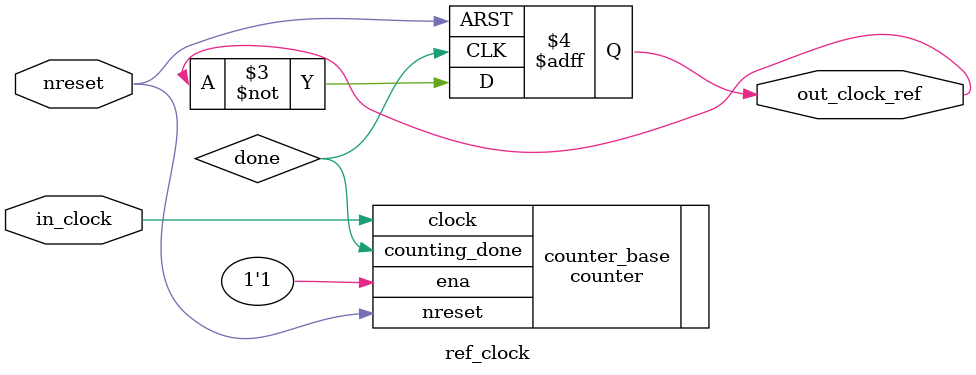
<source format=sv>
module ref_clock#(parameter CLOCK_REF=5_000_000,CLOCK_INPUT=50_000_000)(

    input logic in_clock,
    input logic nreset,
    output logic out_clock_ref
);
logic done;
localparam STOPCOUNTER = CLOCK_INPUT/(2*CLOCK_REF);
counter #(.MOD(STOPCOUNTER)) counter_base(
    .clock(in_clock),
    .nreset(nreset),
    .ena(1'b1),
    .counting_done(done)
);
always_ff@(posedge done,negedge nreset)begin
    if(!nreset)out_clock_ref<=0;
    else out_clock_ref<=~out_clock_ref;
end

endmodule 
</source>
